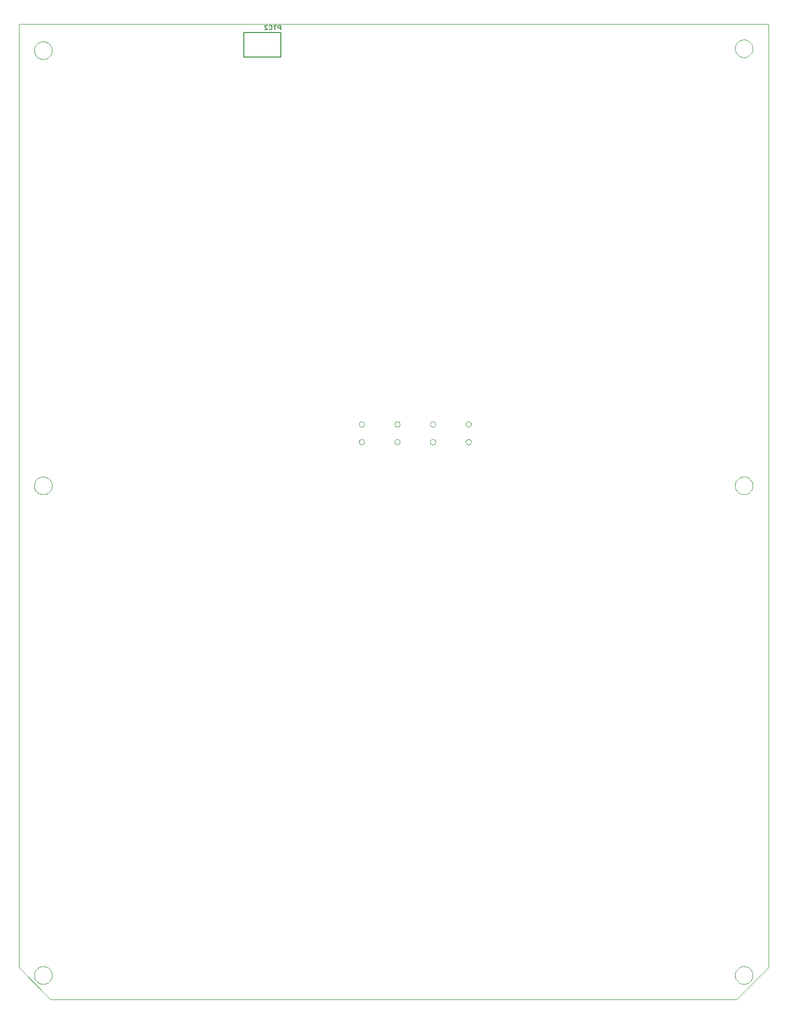
<source format=gbo>
G75*
G70*
%OFA0B0*%
%FSLAX24Y24*%
%IPPOS*%
%LPD*%
%AMOC8*
5,1,8,0,0,1.08239X$1,22.5*
%
%ADD10C,0.0000*%
%ADD11C,0.0080*%
%ADD12C,0.0060*%
D10*
X000100Y002300D02*
X002225Y000175D01*
X047975Y000175D01*
X050100Y002300D01*
X050100Y065175D01*
X000100Y065175D01*
X000100Y002300D01*
X001134Y001800D02*
X001136Y001848D01*
X001142Y001896D01*
X001152Y001943D01*
X001165Y001989D01*
X001183Y002034D01*
X001203Y002078D01*
X001228Y002120D01*
X001256Y002159D01*
X001286Y002196D01*
X001320Y002230D01*
X001357Y002262D01*
X001395Y002291D01*
X001436Y002316D01*
X001479Y002338D01*
X001524Y002356D01*
X001570Y002370D01*
X001617Y002381D01*
X001665Y002388D01*
X001713Y002391D01*
X001761Y002390D01*
X001809Y002385D01*
X001857Y002376D01*
X001903Y002364D01*
X001948Y002347D01*
X001992Y002327D01*
X002034Y002304D01*
X002074Y002277D01*
X002112Y002247D01*
X002147Y002214D01*
X002179Y002178D01*
X002209Y002140D01*
X002235Y002099D01*
X002257Y002056D01*
X002277Y002012D01*
X002292Y001967D01*
X002304Y001920D01*
X002312Y001872D01*
X002316Y001824D01*
X002316Y001776D01*
X002312Y001728D01*
X002304Y001680D01*
X002292Y001633D01*
X002277Y001588D01*
X002257Y001544D01*
X002235Y001501D01*
X002209Y001460D01*
X002179Y001422D01*
X002147Y001386D01*
X002112Y001353D01*
X002074Y001323D01*
X002034Y001296D01*
X001992Y001273D01*
X001948Y001253D01*
X001903Y001236D01*
X001857Y001224D01*
X001809Y001215D01*
X001761Y001210D01*
X001713Y001209D01*
X001665Y001212D01*
X001617Y001219D01*
X001570Y001230D01*
X001524Y001244D01*
X001479Y001262D01*
X001436Y001284D01*
X001395Y001309D01*
X001357Y001338D01*
X001320Y001370D01*
X001286Y001404D01*
X001256Y001441D01*
X001228Y001480D01*
X001203Y001522D01*
X001183Y001566D01*
X001165Y001611D01*
X001152Y001657D01*
X001142Y001704D01*
X001136Y001752D01*
X001134Y001800D01*
X001134Y034425D02*
X001136Y034473D01*
X001142Y034521D01*
X001152Y034568D01*
X001165Y034614D01*
X001183Y034659D01*
X001203Y034703D01*
X001228Y034745D01*
X001256Y034784D01*
X001286Y034821D01*
X001320Y034855D01*
X001357Y034887D01*
X001395Y034916D01*
X001436Y034941D01*
X001479Y034963D01*
X001524Y034981D01*
X001570Y034995D01*
X001617Y035006D01*
X001665Y035013D01*
X001713Y035016D01*
X001761Y035015D01*
X001809Y035010D01*
X001857Y035001D01*
X001903Y034989D01*
X001948Y034972D01*
X001992Y034952D01*
X002034Y034929D01*
X002074Y034902D01*
X002112Y034872D01*
X002147Y034839D01*
X002179Y034803D01*
X002209Y034765D01*
X002235Y034724D01*
X002257Y034681D01*
X002277Y034637D01*
X002292Y034592D01*
X002304Y034545D01*
X002312Y034497D01*
X002316Y034449D01*
X002316Y034401D01*
X002312Y034353D01*
X002304Y034305D01*
X002292Y034258D01*
X002277Y034213D01*
X002257Y034169D01*
X002235Y034126D01*
X002209Y034085D01*
X002179Y034047D01*
X002147Y034011D01*
X002112Y033978D01*
X002074Y033948D01*
X002034Y033921D01*
X001992Y033898D01*
X001948Y033878D01*
X001903Y033861D01*
X001857Y033849D01*
X001809Y033840D01*
X001761Y033835D01*
X001713Y033834D01*
X001665Y033837D01*
X001617Y033844D01*
X001570Y033855D01*
X001524Y033869D01*
X001479Y033887D01*
X001436Y033909D01*
X001395Y033934D01*
X001357Y033963D01*
X001320Y033995D01*
X001286Y034029D01*
X001256Y034066D01*
X001228Y034105D01*
X001203Y034147D01*
X001183Y034191D01*
X001165Y034236D01*
X001152Y034282D01*
X001142Y034329D01*
X001136Y034377D01*
X001134Y034425D01*
X022798Y037334D02*
X022800Y037360D01*
X022806Y037386D01*
X022816Y037411D01*
X022829Y037434D01*
X022845Y037454D01*
X022865Y037472D01*
X022887Y037487D01*
X022910Y037499D01*
X022936Y037507D01*
X022962Y037511D01*
X022988Y037511D01*
X023014Y037507D01*
X023040Y037499D01*
X023064Y037487D01*
X023085Y037472D01*
X023105Y037454D01*
X023121Y037434D01*
X023134Y037411D01*
X023144Y037386D01*
X023150Y037360D01*
X023152Y037334D01*
X023150Y037308D01*
X023144Y037282D01*
X023134Y037257D01*
X023121Y037234D01*
X023105Y037214D01*
X023085Y037196D01*
X023063Y037181D01*
X023040Y037169D01*
X023014Y037161D01*
X022988Y037157D01*
X022962Y037157D01*
X022936Y037161D01*
X022910Y037169D01*
X022886Y037181D01*
X022865Y037196D01*
X022845Y037214D01*
X022829Y037234D01*
X022816Y037257D01*
X022806Y037282D01*
X022800Y037308D01*
X022798Y037334D01*
X022798Y038516D02*
X022800Y038542D01*
X022806Y038568D01*
X022816Y038593D01*
X022829Y038616D01*
X022845Y038636D01*
X022865Y038654D01*
X022887Y038669D01*
X022910Y038681D01*
X022936Y038689D01*
X022962Y038693D01*
X022988Y038693D01*
X023014Y038689D01*
X023040Y038681D01*
X023064Y038669D01*
X023085Y038654D01*
X023105Y038636D01*
X023121Y038616D01*
X023134Y038593D01*
X023144Y038568D01*
X023150Y038542D01*
X023152Y038516D01*
X023150Y038490D01*
X023144Y038464D01*
X023134Y038439D01*
X023121Y038416D01*
X023105Y038396D01*
X023085Y038378D01*
X023063Y038363D01*
X023040Y038351D01*
X023014Y038343D01*
X022988Y038339D01*
X022962Y038339D01*
X022936Y038343D01*
X022910Y038351D01*
X022886Y038363D01*
X022865Y038378D01*
X022845Y038396D01*
X022829Y038416D01*
X022816Y038439D01*
X022806Y038464D01*
X022800Y038490D01*
X022798Y038516D01*
X025173Y038516D02*
X025175Y038542D01*
X025181Y038568D01*
X025191Y038593D01*
X025204Y038616D01*
X025220Y038636D01*
X025240Y038654D01*
X025262Y038669D01*
X025285Y038681D01*
X025311Y038689D01*
X025337Y038693D01*
X025363Y038693D01*
X025389Y038689D01*
X025415Y038681D01*
X025439Y038669D01*
X025460Y038654D01*
X025480Y038636D01*
X025496Y038616D01*
X025509Y038593D01*
X025519Y038568D01*
X025525Y038542D01*
X025527Y038516D01*
X025525Y038490D01*
X025519Y038464D01*
X025509Y038439D01*
X025496Y038416D01*
X025480Y038396D01*
X025460Y038378D01*
X025438Y038363D01*
X025415Y038351D01*
X025389Y038343D01*
X025363Y038339D01*
X025337Y038339D01*
X025311Y038343D01*
X025285Y038351D01*
X025261Y038363D01*
X025240Y038378D01*
X025220Y038396D01*
X025204Y038416D01*
X025191Y038439D01*
X025181Y038464D01*
X025175Y038490D01*
X025173Y038516D01*
X025173Y037334D02*
X025175Y037360D01*
X025181Y037386D01*
X025191Y037411D01*
X025204Y037434D01*
X025220Y037454D01*
X025240Y037472D01*
X025262Y037487D01*
X025285Y037499D01*
X025311Y037507D01*
X025337Y037511D01*
X025363Y037511D01*
X025389Y037507D01*
X025415Y037499D01*
X025439Y037487D01*
X025460Y037472D01*
X025480Y037454D01*
X025496Y037434D01*
X025509Y037411D01*
X025519Y037386D01*
X025525Y037360D01*
X025527Y037334D01*
X025525Y037308D01*
X025519Y037282D01*
X025509Y037257D01*
X025496Y037234D01*
X025480Y037214D01*
X025460Y037196D01*
X025438Y037181D01*
X025415Y037169D01*
X025389Y037161D01*
X025363Y037157D01*
X025337Y037157D01*
X025311Y037161D01*
X025285Y037169D01*
X025261Y037181D01*
X025240Y037196D01*
X025220Y037214D01*
X025204Y037234D01*
X025191Y037257D01*
X025181Y037282D01*
X025175Y037308D01*
X025173Y037334D01*
X027548Y037334D02*
X027550Y037360D01*
X027556Y037386D01*
X027566Y037411D01*
X027579Y037434D01*
X027595Y037454D01*
X027615Y037472D01*
X027637Y037487D01*
X027660Y037499D01*
X027686Y037507D01*
X027712Y037511D01*
X027738Y037511D01*
X027764Y037507D01*
X027790Y037499D01*
X027814Y037487D01*
X027835Y037472D01*
X027855Y037454D01*
X027871Y037434D01*
X027884Y037411D01*
X027894Y037386D01*
X027900Y037360D01*
X027902Y037334D01*
X027900Y037308D01*
X027894Y037282D01*
X027884Y037257D01*
X027871Y037234D01*
X027855Y037214D01*
X027835Y037196D01*
X027813Y037181D01*
X027790Y037169D01*
X027764Y037161D01*
X027738Y037157D01*
X027712Y037157D01*
X027686Y037161D01*
X027660Y037169D01*
X027636Y037181D01*
X027615Y037196D01*
X027595Y037214D01*
X027579Y037234D01*
X027566Y037257D01*
X027556Y037282D01*
X027550Y037308D01*
X027548Y037334D01*
X027548Y038516D02*
X027550Y038542D01*
X027556Y038568D01*
X027566Y038593D01*
X027579Y038616D01*
X027595Y038636D01*
X027615Y038654D01*
X027637Y038669D01*
X027660Y038681D01*
X027686Y038689D01*
X027712Y038693D01*
X027738Y038693D01*
X027764Y038689D01*
X027790Y038681D01*
X027814Y038669D01*
X027835Y038654D01*
X027855Y038636D01*
X027871Y038616D01*
X027884Y038593D01*
X027894Y038568D01*
X027900Y038542D01*
X027902Y038516D01*
X027900Y038490D01*
X027894Y038464D01*
X027884Y038439D01*
X027871Y038416D01*
X027855Y038396D01*
X027835Y038378D01*
X027813Y038363D01*
X027790Y038351D01*
X027764Y038343D01*
X027738Y038339D01*
X027712Y038339D01*
X027686Y038343D01*
X027660Y038351D01*
X027636Y038363D01*
X027615Y038378D01*
X027595Y038396D01*
X027579Y038416D01*
X027566Y038439D01*
X027556Y038464D01*
X027550Y038490D01*
X027548Y038516D01*
X029923Y038516D02*
X029925Y038542D01*
X029931Y038568D01*
X029941Y038593D01*
X029954Y038616D01*
X029970Y038636D01*
X029990Y038654D01*
X030012Y038669D01*
X030035Y038681D01*
X030061Y038689D01*
X030087Y038693D01*
X030113Y038693D01*
X030139Y038689D01*
X030165Y038681D01*
X030189Y038669D01*
X030210Y038654D01*
X030230Y038636D01*
X030246Y038616D01*
X030259Y038593D01*
X030269Y038568D01*
X030275Y038542D01*
X030277Y038516D01*
X030275Y038490D01*
X030269Y038464D01*
X030259Y038439D01*
X030246Y038416D01*
X030230Y038396D01*
X030210Y038378D01*
X030188Y038363D01*
X030165Y038351D01*
X030139Y038343D01*
X030113Y038339D01*
X030087Y038339D01*
X030061Y038343D01*
X030035Y038351D01*
X030011Y038363D01*
X029990Y038378D01*
X029970Y038396D01*
X029954Y038416D01*
X029941Y038439D01*
X029931Y038464D01*
X029925Y038490D01*
X029923Y038516D01*
X029923Y037334D02*
X029925Y037360D01*
X029931Y037386D01*
X029941Y037411D01*
X029954Y037434D01*
X029970Y037454D01*
X029990Y037472D01*
X030012Y037487D01*
X030035Y037499D01*
X030061Y037507D01*
X030087Y037511D01*
X030113Y037511D01*
X030139Y037507D01*
X030165Y037499D01*
X030189Y037487D01*
X030210Y037472D01*
X030230Y037454D01*
X030246Y037434D01*
X030259Y037411D01*
X030269Y037386D01*
X030275Y037360D01*
X030277Y037334D01*
X030275Y037308D01*
X030269Y037282D01*
X030259Y037257D01*
X030246Y037234D01*
X030230Y037214D01*
X030210Y037196D01*
X030188Y037181D01*
X030165Y037169D01*
X030139Y037161D01*
X030113Y037157D01*
X030087Y037157D01*
X030061Y037161D01*
X030035Y037169D01*
X030011Y037181D01*
X029990Y037196D01*
X029970Y037214D01*
X029954Y037234D01*
X029941Y037257D01*
X029931Y037282D01*
X029925Y037308D01*
X029923Y037334D01*
X047884Y034425D02*
X047886Y034473D01*
X047892Y034521D01*
X047902Y034568D01*
X047915Y034614D01*
X047933Y034659D01*
X047953Y034703D01*
X047978Y034745D01*
X048006Y034784D01*
X048036Y034821D01*
X048070Y034855D01*
X048107Y034887D01*
X048145Y034916D01*
X048186Y034941D01*
X048229Y034963D01*
X048274Y034981D01*
X048320Y034995D01*
X048367Y035006D01*
X048415Y035013D01*
X048463Y035016D01*
X048511Y035015D01*
X048559Y035010D01*
X048607Y035001D01*
X048653Y034989D01*
X048698Y034972D01*
X048742Y034952D01*
X048784Y034929D01*
X048824Y034902D01*
X048862Y034872D01*
X048897Y034839D01*
X048929Y034803D01*
X048959Y034765D01*
X048985Y034724D01*
X049007Y034681D01*
X049027Y034637D01*
X049042Y034592D01*
X049054Y034545D01*
X049062Y034497D01*
X049066Y034449D01*
X049066Y034401D01*
X049062Y034353D01*
X049054Y034305D01*
X049042Y034258D01*
X049027Y034213D01*
X049007Y034169D01*
X048985Y034126D01*
X048959Y034085D01*
X048929Y034047D01*
X048897Y034011D01*
X048862Y033978D01*
X048824Y033948D01*
X048784Y033921D01*
X048742Y033898D01*
X048698Y033878D01*
X048653Y033861D01*
X048607Y033849D01*
X048559Y033840D01*
X048511Y033835D01*
X048463Y033834D01*
X048415Y033837D01*
X048367Y033844D01*
X048320Y033855D01*
X048274Y033869D01*
X048229Y033887D01*
X048186Y033909D01*
X048145Y033934D01*
X048107Y033963D01*
X048070Y033995D01*
X048036Y034029D01*
X048006Y034066D01*
X047978Y034105D01*
X047953Y034147D01*
X047933Y034191D01*
X047915Y034236D01*
X047902Y034282D01*
X047892Y034329D01*
X047886Y034377D01*
X047884Y034425D01*
X047884Y063550D02*
X047886Y063598D01*
X047892Y063646D01*
X047902Y063693D01*
X047915Y063739D01*
X047933Y063784D01*
X047953Y063828D01*
X047978Y063870D01*
X048006Y063909D01*
X048036Y063946D01*
X048070Y063980D01*
X048107Y064012D01*
X048145Y064041D01*
X048186Y064066D01*
X048229Y064088D01*
X048274Y064106D01*
X048320Y064120D01*
X048367Y064131D01*
X048415Y064138D01*
X048463Y064141D01*
X048511Y064140D01*
X048559Y064135D01*
X048607Y064126D01*
X048653Y064114D01*
X048698Y064097D01*
X048742Y064077D01*
X048784Y064054D01*
X048824Y064027D01*
X048862Y063997D01*
X048897Y063964D01*
X048929Y063928D01*
X048959Y063890D01*
X048985Y063849D01*
X049007Y063806D01*
X049027Y063762D01*
X049042Y063717D01*
X049054Y063670D01*
X049062Y063622D01*
X049066Y063574D01*
X049066Y063526D01*
X049062Y063478D01*
X049054Y063430D01*
X049042Y063383D01*
X049027Y063338D01*
X049007Y063294D01*
X048985Y063251D01*
X048959Y063210D01*
X048929Y063172D01*
X048897Y063136D01*
X048862Y063103D01*
X048824Y063073D01*
X048784Y063046D01*
X048742Y063023D01*
X048698Y063003D01*
X048653Y062986D01*
X048607Y062974D01*
X048559Y062965D01*
X048511Y062960D01*
X048463Y062959D01*
X048415Y062962D01*
X048367Y062969D01*
X048320Y062980D01*
X048274Y062994D01*
X048229Y063012D01*
X048186Y063034D01*
X048145Y063059D01*
X048107Y063088D01*
X048070Y063120D01*
X048036Y063154D01*
X048006Y063191D01*
X047978Y063230D01*
X047953Y063272D01*
X047933Y063316D01*
X047915Y063361D01*
X047902Y063407D01*
X047892Y063454D01*
X047886Y063502D01*
X047884Y063550D01*
X001134Y063425D02*
X001136Y063473D01*
X001142Y063521D01*
X001152Y063568D01*
X001165Y063614D01*
X001183Y063659D01*
X001203Y063703D01*
X001228Y063745D01*
X001256Y063784D01*
X001286Y063821D01*
X001320Y063855D01*
X001357Y063887D01*
X001395Y063916D01*
X001436Y063941D01*
X001479Y063963D01*
X001524Y063981D01*
X001570Y063995D01*
X001617Y064006D01*
X001665Y064013D01*
X001713Y064016D01*
X001761Y064015D01*
X001809Y064010D01*
X001857Y064001D01*
X001903Y063989D01*
X001948Y063972D01*
X001992Y063952D01*
X002034Y063929D01*
X002074Y063902D01*
X002112Y063872D01*
X002147Y063839D01*
X002179Y063803D01*
X002209Y063765D01*
X002235Y063724D01*
X002257Y063681D01*
X002277Y063637D01*
X002292Y063592D01*
X002304Y063545D01*
X002312Y063497D01*
X002316Y063449D01*
X002316Y063401D01*
X002312Y063353D01*
X002304Y063305D01*
X002292Y063258D01*
X002277Y063213D01*
X002257Y063169D01*
X002235Y063126D01*
X002209Y063085D01*
X002179Y063047D01*
X002147Y063011D01*
X002112Y062978D01*
X002074Y062948D01*
X002034Y062921D01*
X001992Y062898D01*
X001948Y062878D01*
X001903Y062861D01*
X001857Y062849D01*
X001809Y062840D01*
X001761Y062835D01*
X001713Y062834D01*
X001665Y062837D01*
X001617Y062844D01*
X001570Y062855D01*
X001524Y062869D01*
X001479Y062887D01*
X001436Y062909D01*
X001395Y062934D01*
X001357Y062963D01*
X001320Y062995D01*
X001286Y063029D01*
X001256Y063066D01*
X001228Y063105D01*
X001203Y063147D01*
X001183Y063191D01*
X001165Y063236D01*
X001152Y063282D01*
X001142Y063329D01*
X001136Y063377D01*
X001134Y063425D01*
X047884Y001800D02*
X047886Y001848D01*
X047892Y001896D01*
X047902Y001943D01*
X047915Y001989D01*
X047933Y002034D01*
X047953Y002078D01*
X047978Y002120D01*
X048006Y002159D01*
X048036Y002196D01*
X048070Y002230D01*
X048107Y002262D01*
X048145Y002291D01*
X048186Y002316D01*
X048229Y002338D01*
X048274Y002356D01*
X048320Y002370D01*
X048367Y002381D01*
X048415Y002388D01*
X048463Y002391D01*
X048511Y002390D01*
X048559Y002385D01*
X048607Y002376D01*
X048653Y002364D01*
X048698Y002347D01*
X048742Y002327D01*
X048784Y002304D01*
X048824Y002277D01*
X048862Y002247D01*
X048897Y002214D01*
X048929Y002178D01*
X048959Y002140D01*
X048985Y002099D01*
X049007Y002056D01*
X049027Y002012D01*
X049042Y001967D01*
X049054Y001920D01*
X049062Y001872D01*
X049066Y001824D01*
X049066Y001776D01*
X049062Y001728D01*
X049054Y001680D01*
X049042Y001633D01*
X049027Y001588D01*
X049007Y001544D01*
X048985Y001501D01*
X048959Y001460D01*
X048929Y001422D01*
X048897Y001386D01*
X048862Y001353D01*
X048824Y001323D01*
X048784Y001296D01*
X048742Y001273D01*
X048698Y001253D01*
X048653Y001236D01*
X048607Y001224D01*
X048559Y001215D01*
X048511Y001210D01*
X048463Y001209D01*
X048415Y001212D01*
X048367Y001219D01*
X048320Y001230D01*
X048274Y001244D01*
X048229Y001262D01*
X048186Y001284D01*
X048145Y001309D01*
X048107Y001338D01*
X048070Y001370D01*
X048036Y001404D01*
X048006Y001441D01*
X047978Y001480D01*
X047953Y001522D01*
X047933Y001566D01*
X047915Y001611D01*
X047902Y001657D01*
X047892Y001704D01*
X047886Y001752D01*
X047884Y001800D01*
D11*
X017575Y062975D02*
X015125Y062975D01*
X015125Y064625D01*
X017575Y064625D01*
X017575Y062975D01*
D12*
X017570Y064830D02*
X017570Y065090D01*
X017440Y065090D01*
X017397Y065047D01*
X017397Y064960D01*
X017440Y064917D01*
X017570Y064917D01*
X017275Y065090D02*
X017102Y065090D01*
X017189Y065090D02*
X017189Y064830D01*
X016981Y064873D02*
X016937Y064830D01*
X016851Y064830D01*
X016807Y064873D01*
X016686Y064830D02*
X016513Y065003D01*
X016513Y065047D01*
X016556Y065090D01*
X016643Y065090D01*
X016686Y065047D01*
X016807Y065047D02*
X016851Y065090D01*
X016937Y065090D01*
X016981Y065047D01*
X016981Y064873D01*
X016686Y064830D02*
X016513Y064830D01*
M02*

</source>
